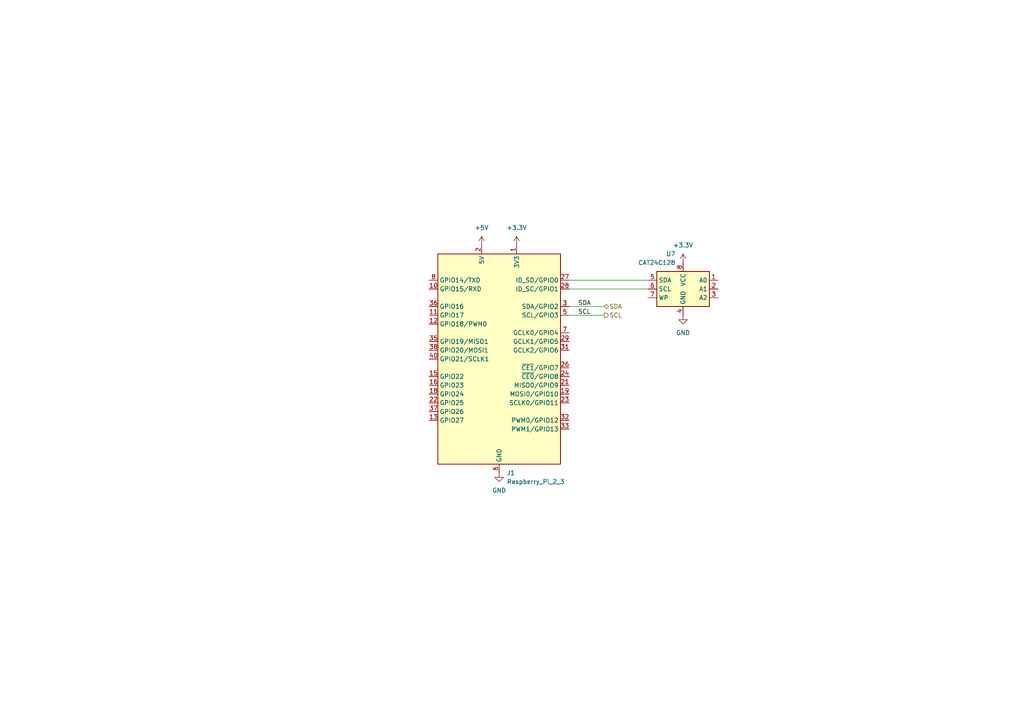
<source format=kicad_sch>
(kicad_sch (version 20231120) (generator "eeschema") (generator_version "8.0")
  (paper "A4")
  (title_block (date "mar. 31 mars 2015"))
  (lib_symbols
    (symbol "Connector:Raspberry_Pi_2_3"
      (property "Reference" "J" (at -17.78 31.75 0))
      (property "Value" "Raspberry_Pi_2_3" (at 10.16 -31.75 0))
      (symbol "Raspberry_Pi_2_3_0_1"
        (rectangle (start -17.78 30.48) (end 17.78 -30.48) (stroke (width 0.254)) (fill (type background)))
      )
      (symbol "Raspberry_Pi_2_3_1_1"
        (pin power_in line (at 5.08 33.02 270) (length 2.54) (name "3V3") (number "1"))
        (pin bidirectional line (at -20.32 20.32 0) (length 2.54) (name "GPIO15/RXD") (number "10"))
        (pin bidirectional line (at -20.32 12.7 0) (length 2.54) (name "GPIO17") (number "11"))
        (pin bidirectional line (at -20.32 10.16 0) (length 2.54) (name "GPIO18/PWM0") (number "12"))
        (pin bidirectional line (at -20.32 -17.78 0) (length 2.54) (name "GPIO27") (number "13"))
        (pin passive line (at 0 -33.02 90) (length 2.54) hide (name "GND") (number "14"))
        (pin bidirectional line (at -20.32 -5.08 0) (length 2.54) (name "GPIO22") (number "15"))
        (pin bidirectional line (at -20.32 -7.62 0) (length 2.54) (name "GPIO23") (number "16"))
        (pin passive line (at 5.08 33.02 270) (length 2.54) hide (name "3V3") (number "17"))
        (pin bidirectional line (at -20.32 -10.16 0) (length 2.54) (name "GPIO24") (number "18"))
        (pin bidirectional line (at 20.32 -10.16 180) (length 2.54) (name "MOSI0/GPIO10") (number "19"))
        (pin power_in line (at -5.08 33.02 270) (length 2.54) (name "5V") (number "2"))
        (pin passive line (at 0 -33.02 90) (length 2.54) hide (name "GND") (number "20"))
        (pin bidirectional line (at 20.32 -7.62 180) (length 2.54) (name "MISO0/GPIO9") (number "21"))
        (pin bidirectional line (at -20.32 -12.7 0) (length 2.54) (name "GPIO25") (number "22"))
        (pin bidirectional line (at 20.32 -12.7 180) (length 2.54) (name "SCLK0/GPIO11") (number "23"))
        (pin bidirectional line (at 20.32 -5.08 180) (length 2.54) (name "~{CE0}/GPIO8") (number "24"))
        (pin passive line (at 0 -33.02 90) (length 2.54) hide (name "GND") (number "25"))
        (pin bidirectional line (at 20.32 -2.54 180) (length 2.54) (name "~{CE1}/GPIO7") (number "26"))
        (pin bidirectional line (at 20.32 22.86 180) (length 2.54) (name "ID_SD/GPIO0") (number "27"))
        (pin bidirectional line (at 20.32 20.32 180) (length 2.54) (name "ID_SC/GPIO1") (number "28"))
        (pin bidirectional line (at 20.32 5.08 180) (length 2.54) (name "GCLK1/GPIO5") (number "29"))
        (pin bidirectional line (at 20.32 15.24 180) (length 2.54) (name "SDA/GPIO2") (number "3"))
        (pin passive line (at 0 -33.02 90) (length 2.54) hide (name "GND") (number "30"))
        (pin bidirectional line (at 20.32 2.54 180) (length 2.54) (name "GCLK2/GPIO6") (number "31"))
        (pin bidirectional line (at 20.32 -17.78 180) (length 2.54) (name "PWM0/GPIO12") (number "32"))
        (pin bidirectional line (at 20.32 -20.32 180) (length 2.54) (name "PWM1/GPIO13") (number "33"))
        (pin passive line (at 0 -33.02 90) (length 2.54) hide (name "GND") (number "34"))
        (pin bidirectional line (at -20.32 5.08 0) (length 2.54) (name "GPIO19/MISO1") (number "35"))
        (pin bidirectional line (at -20.32 15.24 0) (length 2.54) (name "GPIO16") (number "36"))
        (pin bidirectional line (at -20.32 -15.24 0) (length 2.54) (name "GPIO26") (number "37"))
        (pin bidirectional line (at -20.32 2.54 0) (length 2.54) (name "GPIO20/MOSI1") (number "38"))
        (pin passive line (at 0 -33.02 90) (length 2.54) hide (name "GND") (number "39"))
        (pin passive line (at -5.08 33.02 270) (length 2.54) hide (name "5V") (number "4"))
        (pin bidirectional line (at -20.32 0 0) (length 2.54) (name "GPIO21/SCLK1") (number "40"))
        (pin bidirectional line (at 20.32 12.7 180) (length 2.54) (name "SCL/GPIO3") (number "5"))
        (pin power_in line (at 0 -33.02 90) (length 2.54) (name "GND") (number "6"))
        (pin bidirectional line (at 20.32 7.62 180) (length 2.54) (name "GCLK0/GPIO4") (number "7"))
        (pin bidirectional line (at -20.32 22.86 0) (length 2.54) (name "GPIO14/TXD") (number "8"))
        (pin passive line (at 0 -33.02 90) (length 2.54) hide (name "GND") (number "9"))
      )
    )
    (symbol "Memory_EEPROM:CAT24C128"
      (property "Reference" "U" (at -6.35 6.35 0))
      (property "Value" "CAT24C128" (at 1.27 6.35 0))
      (symbol "CAT24C128_1_1"
        (rectangle (start -7.62 5.08) (end 7.62 -5.08) (stroke (width 0.254)) (fill (type background)))
        (pin input line (at -10.16 2.54 0) (length 2.54) (name "A0") (number "1"))
        (pin input line (at -10.16 0 0) (length 2.54) (name "A1") (number "2"))
        (pin input line (at -10.16 -2.54 0) (length 2.54) (name "A2") (number "3"))
        (pin power_in line (at 0 -7.62 90) (length 2.54) (name "GND") (number "4"))
        (pin bidirectional line (at 10.16 2.54 180) (length 2.54) (name "SDA") (number "5"))
        (pin input line (at 10.16 0 180) (length 2.54) (name "SCL") (number "6"))
        (pin input line (at 10.16 -2.54 180) (length 2.54) (name "WP") (number "7"))
        (pin power_in line (at 0 7.62 270) (length 2.54) (name "VCC") (number "8"))
      )
    )
    (symbol "power:+3.3V" (power) (pin_numbers hide) (pin_names (offset 0) hide)
      (property "Value" "+3.3V" (at 0 3.556 0))
      (symbol "+3.3V_0_1"
        (polyline (pts (xy -0.762 1.27) (xy 0 2.54)))
        (polyline (pts (xy 0 0) (xy 0 2.54)))
        (polyline (pts (xy 0 2.54) (xy 0.762 1.27)))
      )
      (symbol "+3.3V_1_1"
        (pin power_in line (at 0 0 90) (length 0) (name "~") (number "1"))
      )
    )
    (symbol "power:+5V" (power) (pin_numbers hide) (pin_names (offset 0) hide)
      (property "Value" "+5V" (at 0 3.556 0))
      (symbol "+5V_0_1"
        (polyline (pts (xy -0.762 1.27) (xy 0 2.54)))
        (polyline (pts (xy 0 0) (xy 0 2.54)))
        (polyline (pts (xy 0 2.54) (xy 0.762 1.27)))
      )
      (symbol "+5V_1_1"
        (pin power_in line (at 0 0 90) (length 0) (name "~") (number "1"))
      )
    )
    (symbol "power:GND" (power) (pin_numbers hide) (pin_names (offset 0) hide)
      (property "Value" "GND" (at 0 -3.81 0))
      (symbol "GND_0_1"
        (polyline (pts (xy 0 0) (xy 0 -1.27) (xy 1.27 -1.27) (xy 0 -2.54) (xy -1.27 -1.27) (xy 0 -1.27)))
      )
      (symbol "GND_1_1"
        (pin power_in line (at 0 0 270) (length 0) (name "~") (number "1"))
      )
    )
  )
  (wire (pts (xy 165.1 83.82) (xy 187.96 83.82)))
  (wire (pts (xy 165.1 81.28) (xy 187.96 81.28)))
  (wire (pts (xy 165.1 91.44) (xy 175.26 91.44)))
  (wire (pts (xy 165.1 88.9) (xy 175.26 88.9)))
  (label "SCL" (at 167.64 91.44 0))
  (label "SDA" (at 167.64 88.9 0))
  (hierarchical_label "SCL" (shape output) (at 175.26 91.44 0))
  (hierarchical_label "SDA" (shape bidirectional) (at 175.26 88.9 0))
  (symbol (lib_id "power:+3.3V") (at 149.86 71.12 0) (unit 1)
    (property "Reference" "#PWR038" (effects (hide yes)))
    (property "Value" "+3.3V" (at 149.86 66.04 0))
    (property "Description" "Power symbol creates a global label with name \"+3.3V\"" (effects (hide yes)))
  )
  (symbol (lib_id "Memory_EEPROM:CAT24C128") (at 198.12 83.82 0) (mirror y) (unit 1)
    (property "Reference" "U7" (at 195.9259 73.66 0) (effects (justify left)))
    (property "Value" "CAT24C128" (at 195.9259 76.2 0) (effects (justify left)))
    (property "Datasheet" "https://www.onsemi.com/pub/Collateral/CAT24C128-D.PDF" (effects (hide yes)))
    (property "Description" "128 kb CMOS Serial EEPROM, SOIC-8/TSSOP-8/DFN-8" (effects (hide yes)))
  )
  (symbol (lib_id "power:+5V") (at 139.7 71.12 0) (unit 1)
    (property "Reference" "#PWR037" (effects (hide yes)))
    (property "Value" "+5V" (at 139.7 66.04 0))
    (property "Description" "Power symbol creates a global label with name \"+5V\"" (effects (hide yes)))
  )
  (symbol (lib_id "power:+3.3V") (at 198.12 76.2 0) (unit 1)
    (property "Reference" "#PWR065" (effects (hide yes)))
    (property "Value" "+3.3V" (at 198.12 71.12 0))
    (property "Description" "Power symbol creates a global label with name \"+3.3V\"" (effects (hide yes)))
  )
  (symbol (lib_id "power:GND") (at 144.78 137.16 0) (unit 1)
    (property "Reference" "#PWR066" (effects (hide yes)))
    (property "Value" "GND" (at 144.78 142.24 0))
    (property "Description" "Power symbol creates a global label with name \"GND\" , ground" (effects (hide yes)))
  )
  (symbol (lib_id "Connector:Raspberry_Pi_2_3") (at 144.78 104.14 0) (unit 1)
    (property "Reference" "J1" (at 146.9741 137.16 0) (effects (justify left)))
    (property "Value" "Raspberry_Pi_2_3" (at 146.9741 139.7 0) (effects (justify left)))
    (property "Datasheet" "https://www.raspberrypi.org/documentation/hardware/raspberrypi/schematics/rpi_SCH_3bplus_1p0_reduced.pdf" (effects (hide yes)))
    (property "Description" "expansion header for Raspberry Pi 2 & 3" (effects (hide yes)))
  )
  (symbol (lib_id "power:GND") (at 198.12 91.44 0) (unit 1)
    (property "Reference" "#PWR067" (effects (hide yes)))
    (property "Value" "GND" (at 198.12 96.52 0))
    (property "Description" "Power symbol creates a global label with name \"GND\" , ground" (effects (hide yes)))
  )
)
</source>
